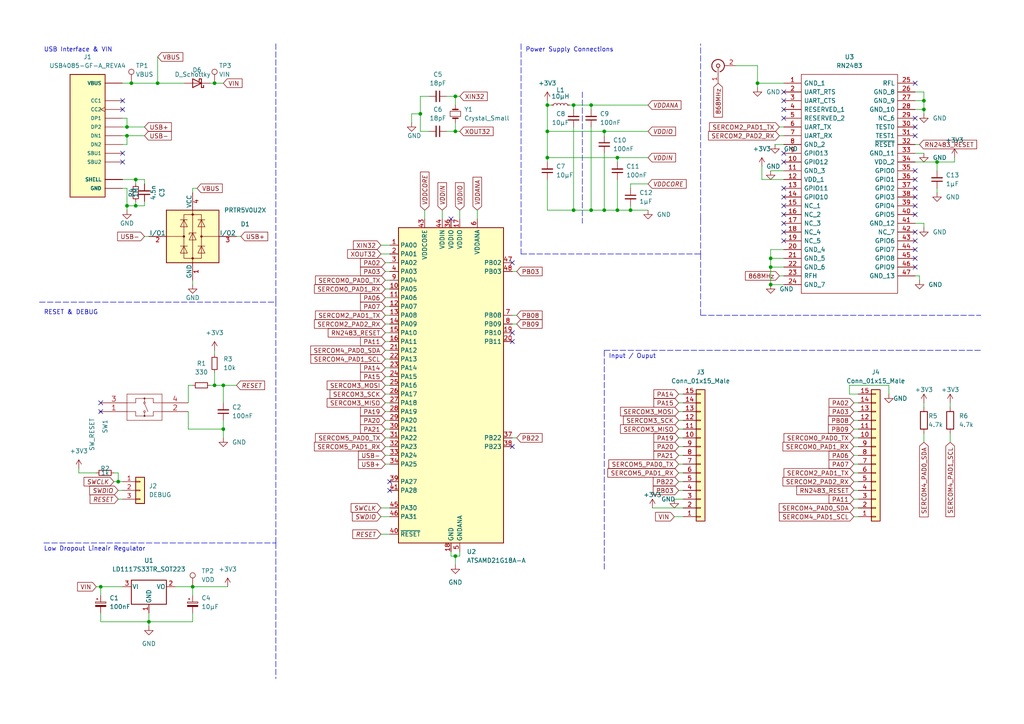
<source format=kicad_sch>
(kicad_sch (version 20211123) (generator eeschema)
  (paper "A4")
  (title_block (title "Flexible LoRaWAN Sensor Board ATSAMD21") (date "2022-10-25") (rev "1.0") (company "AP-Hogeschool") (comment 1 "Bavo, Birk, Daan"))
  (junction (at 39.37 59.69))
  (junction (at 132.08 161.29))
  (junction (at 62.23 24.13))
  (junction (at 267.97 29.21))
  (junction (at 179.07 45.72))
  (junction (at 29.21 170.18))
  (junction (at 175.26 60.96))
  (junction (at 64.77 124.46))
  (junction (at 158.75 30.48))
  (junction (at 39.37 52.07))
  (junction (at 132.08 27.94))
  (junction (at 158.75 38.1))
  (junction (at 62.23 111.76))
  (junction (at 166.37 60.96))
  (junction (at 36.83 59.69))
  (junction (at 64.77 111.76))
  (junction (at 179.07 60.96))
  (junction (at 223.52 74.93))
  (junction (at 34.29 139.7))
  (junction (at 132.08 38.1))
  (junction (at 121.92 33.02))
  (junction (at 55.88 170.18))
  (junction (at 267.97 31.75))
  (junction (at 38.1 24.13))
  (junction (at 223.52 82.55))
  (junction (at 36.83 39.37))
  (junction (at 171.45 30.48))
  (junction (at 223.52 77.47))
  (junction (at 45.72 24.13))
  (junction (at 271.78 46.99))
  (junction (at 158.75 45.72))
  (junction (at 175.26 38.1))
  (junction (at 171.45 60.96))
  (junction (at 166.37 30.48))
  (junction (at 219.71 24.13))
  (junction (at 182.88 60.96))
  (junction (at 36.83 36.83))
  (junction (at 43.18 180.34))
  (no_connect (at 227.33 31.75))
  (no_connect (at 148.59 96.52))
  (no_connect (at 265.43 72.39))
  (no_connect (at 130.81 63.5))
  (no_connect (at 35.56 31.75))
  (no_connect (at 227.33 54.61))
  (no_connect (at 265.43 59.69))
  (no_connect (at 265.43 54.61))
  (no_connect (at 265.43 49.53))
  (no_connect (at 148.59 129.54))
  (no_connect (at 35.56 29.21))
  (no_connect (at 35.56 46.99))
  (no_connect (at 35.56 44.45))
  (no_connect (at 265.43 52.07))
  (no_connect (at 227.33 59.69))
  (no_connect (at 29.21 119.38))
  (no_connect (at 227.33 29.21))
  (no_connect (at 227.33 67.31))
  (no_connect (at 227.33 34.29))
  (no_connect (at 227.33 57.15))
  (no_connect (at 265.43 39.37))
  (no_connect (at 227.33 44.45))
  (no_connect (at 265.43 36.83))
  (no_connect (at 227.33 69.85))
  (no_connect (at 227.33 46.99))
  (no_connect (at 227.33 62.23))
  (no_connect (at 265.43 67.31))
  (no_connect (at 113.03 139.7))
  (no_connect (at 227.33 64.77))
  (no_connect (at 113.03 142.24))
  (no_connect (at 265.43 34.29))
  (no_connect (at 265.43 74.93))
  (no_connect (at 227.33 26.67))
  (no_connect (at 265.43 77.47))
  (no_connect (at 148.59 76.2))
  (no_connect (at 148.59 99.06))
  (no_connect (at 265.43 62.23))
  (no_connect (at 265.43 57.15))
  (no_connect (at 265.43 69.85))
  (no_connect (at 29.21 116.84))
  (no_connect (at 265.43 24.13))
  (wire (pts (xy 195.58 144.78) (xy 198.12 144.78)))
  (wire (pts (xy 189.23 147.32) (xy 198.12 147.32)))
  (wire (pts (xy 179.07 45.72) (xy 179.07 46.99)))
  (wire (pts (xy 29.21 170.18) (xy 35.56 170.18)))
  (wire (pts (xy 158.75 52.07) (xy 158.75 60.96)))
  (wire (pts (xy 43.18 180.34) (xy 43.18 177.8)))
  (wire (pts (xy 175.26 44.45) (xy 175.26 60.96)))
  (wire (pts (xy 196.85 132.08) (xy 198.12 132.08)))
  (wire (pts (xy 111.76 86.36) (xy 113.03 86.36)))
  (wire (pts (xy 166.37 30.48) (xy 171.45 30.48)))
  (wire (pts (xy 121.92 33.02) (xy 121.92 27.94)))
  (wire (pts (xy 247.65 124.46) (xy 248.92 124.46)))
  (wire (pts (xy 133.35 161.29) (xy 132.08 161.29)))
  (wire (pts (xy 64.77 121.92) (xy 64.77 124.46)))
  (wire (pts (xy 110.49 73.66) (xy 113.03 73.66)))
  (wire (pts (xy 36.83 36.83) (xy 35.56 36.83)))
  (wire (pts (xy 111.76 111.76) (xy 113.03 111.76)))
  (wire (pts (xy 111.76 106.68) (xy 113.03 106.68)))
  (wire (pts (xy 35.56 41.91) (xy 36.83 41.91)))
  (wire (pts (xy 64.77 111.76) (xy 64.77 116.84)))
  (wire (pts (xy 247.65 119.38) (xy 248.92 119.38)))
  (wire (pts (xy 111.76 88.9) (xy 113.03 88.9)))
  (wire (pts (xy 34.29 137.16) (xy 34.29 139.7)))
  (wire (pts (xy 132.08 38.1) (xy 129.54 38.1)))
  (wire (pts (xy 111.76 121.92) (xy 113.03 121.92)))
  (wire (pts (xy 158.75 38.1) (xy 158.75 45.72)))
  (wire (pts (xy 33.02 139.7) (xy 34.29 139.7)))
  (wire (pts (xy 267.97 26.67) (xy 265.43 26.67)))
  (wire (pts (xy 166.37 30.48) (xy 166.37 31.75)))
  (wire (pts (xy 223.52 82.55) (xy 227.33 82.55)))
  (wire (pts (xy 267.97 66.04) (xy 267.97 64.77)))
  (wire (pts (xy 266.7 80.01) (xy 265.43 80.01)))
  (wire (pts (xy 35.56 54.61) (xy 36.83 54.61)))
  (wire (pts (xy 111.76 76.2) (xy 113.03 76.2)))
  (wire (pts (xy 158.75 45.72) (xy 179.07 45.72)))
  (wire (pts (xy 55.88 180.34) (xy 43.18 180.34)))
  (wire (pts (xy 196.85 114.3) (xy 198.12 114.3)))
  (wire (pts (xy 111.76 119.38) (xy 113.03 119.38)))
  (wire (pts (xy 247.65 129.54) (xy 248.92 129.54)))
  (wire (pts (xy 175.26 38.1) (xy 187.96 38.1)))
  (wire (pts (xy 36.83 39.37) (xy 36.83 41.91)))
  (wire (pts (xy 132.08 27.94) (xy 132.08 30.48)))
  (wire (pts (xy 247.65 144.78) (xy 248.92 144.78)))
  (wire (pts (xy 111.76 127) (xy 113.03 127)))
  (wire (pts (xy 148.59 127) (xy 149.86 127)))
  (wire (pts (xy 158.75 29.21) (xy 158.75 30.48)))
  (wire (pts (xy 119.38 35.56) (xy 119.38 33.02)))
  (wire (pts (xy 128.27 60.96) (xy 128.27 63.5)))
  (wire (pts (xy 247.65 147.32) (xy 248.92 147.32)))
  (wire (pts (xy 43.18 180.34) (xy 43.18 181.61)))
  (wire (pts (xy 111.76 116.84) (xy 113.03 116.84)))
  (wire (pts (xy 111.76 114.3) (xy 113.03 114.3)))
  (wire (pts (xy 41.91 58.42) (xy 41.91 59.69)))
  (wire (pts (xy 33.02 137.16) (xy 34.29 137.16)))
  (wire (pts (xy 275.59 125.73) (xy 275.59 128.27)))
  (wire (pts (xy 55.88 111.76) (xy 54.61 111.76)))
  (wire (pts (xy 158.75 30.48) (xy 160.02 30.48)))
  (wire (pts (xy 148.59 91.44) (xy 149.86 91.44)))
  (wire (pts (xy 68.58 68.58) (xy 69.85 68.58)))
  (wire (pts (xy 111.76 101.6) (xy 113.03 101.6)))
  (wire (pts (xy 223.52 82.55) (xy 223.52 77.47)))
  (wire (pts (xy 111.76 96.52) (xy 113.03 96.52)))
  (polyline (pts (xy 175.26 101.6) (xy 284.48 101.6)))
  (wire (pts (xy 266.7 41.91) (xy 265.43 41.91)))
  (wire (pts (xy 54.61 124.46) (xy 64.77 124.46)))
  (wire (pts (xy 219.71 25.4) (xy 219.71 24.13)))
  (wire (pts (xy 129.54 27.94) (xy 132.08 27.94)))
  (wire (pts (xy 265.43 44.45) (xy 267.97 44.45)))
  (wire (pts (xy 132.08 38.1) (xy 133.35 38.1)))
  (wire (pts (xy 121.92 38.1) (xy 121.92 33.02)))
  (wire (pts (xy 149.86 78.74) (xy 148.59 78.74)))
  (wire (pts (xy 220.98 52.07) (xy 227.33 52.07)))
  (wire (pts (xy 111.76 93.98) (xy 113.03 93.98)))
  (wire (pts (xy 276.86 45.72) (xy 276.86 46.99)))
  (wire (pts (xy 247.65 142.24) (xy 248.92 142.24)))
  (wire (pts (xy 54.61 119.38) (xy 54.61 124.46)))
  (wire (pts (xy 158.75 45.72) (xy 158.75 46.99)))
  (wire (pts (xy 121.92 27.94) (xy 124.46 27.94)))
  (wire (pts (xy 111.76 124.46) (xy 113.03 124.46)))
  (wire (pts (xy 29.21 170.18) (xy 29.21 172.72)))
  (wire (pts (xy 196.85 129.54) (xy 198.12 129.54)))
  (wire (pts (xy 171.45 36.83) (xy 171.45 60.96)))
  (wire (pts (xy 166.37 36.83) (xy 166.37 60.96)))
  (wire (pts (xy 267.97 29.21) (xy 267.97 26.67)))
  (wire (pts (xy 196.85 139.7) (xy 198.12 139.7)))
  (wire (pts (xy 35.56 39.37) (xy 36.83 39.37)))
  (wire (pts (xy 247.65 116.84) (xy 248.92 116.84)))
  (wire (pts (xy 60.96 24.13) (xy 62.23 24.13)))
  (wire (pts (xy 55.88 81.28) (xy 55.88 82.55)))
  (polyline (pts (xy 80.01 157.48) (xy 80.01 196.85)))
  (wire (pts (xy 196.85 116.84) (xy 198.12 116.84)))
  (wire (pts (xy 246.38 111.76) (xy 246.38 114.3)))
  (wire (pts (xy 226.06 80.01) (xy 227.33 80.01)))
  (polyline (pts (xy 11.43 87.63) (xy 80.01 87.63)))
  (wire (pts (xy 179.07 52.07) (xy 179.07 60.96)))
  (wire (pts (xy 35.56 139.7) (xy 34.29 139.7)))
  (wire (pts (xy 247.65 149.86) (xy 248.92 149.86)))
  (wire (pts (xy 133.35 60.96) (xy 133.35 63.5)))
  (wire (pts (xy 166.37 60.96) (xy 171.45 60.96)))
  (wire (pts (xy 111.76 104.14) (xy 113.03 104.14)))
  (wire (pts (xy 219.71 24.13) (xy 227.33 24.13)))
  (wire (pts (xy 247.65 132.08) (xy 248.92 132.08)))
  (wire (pts (xy 39.37 52.07) (xy 39.37 53.34)))
  (wire (pts (xy 39.37 59.69) (xy 36.83 59.69)))
  (wire (pts (xy 196.85 142.24) (xy 198.12 142.24)))
  (polyline (pts (xy 203.2 91.44) (xy 284.48 91.44)))
  (wire (pts (xy 111.76 129.54) (xy 113.03 129.54)))
  (wire (pts (xy 267.97 116.84) (xy 267.97 118.11)))
  (wire (pts (xy 158.75 60.96) (xy 166.37 60.96)))
  (wire (pts (xy 132.08 27.94) (xy 133.35 27.94)))
  (wire (pts (xy 267.97 33.02) (xy 267.97 31.75)))
  (wire (pts (xy 267.97 31.75) (xy 267.97 29.21)))
  (wire (pts (xy 226.06 36.83) (xy 227.33 36.83)))
  (wire (pts (xy 130.81 160.02) (xy 130.81 161.29)))
  (wire (pts (xy 220.98 48.26) (xy 220.98 52.07)))
  (wire (pts (xy 196.85 134.62) (xy 198.12 134.62)))
  (wire (pts (xy 196.85 121.92) (xy 198.12 121.92)))
  (polyline (pts (xy 151.13 12.7) (xy 151.13 73.66)))
  (wire (pts (xy 265.43 64.77) (xy 267.97 64.77)))
  (polyline (pts (xy 201.93 73.66) (xy 203.2 73.66)))
  (wire (pts (xy 266.7 81.28) (xy 266.7 80.01)))
  (wire (pts (xy 138.43 60.96) (xy 138.43 63.5)))
  (wire (pts (xy 265.43 31.75) (xy 267.97 31.75)))
  (wire (pts (xy 132.08 35.56) (xy 132.08 38.1)))
  (wire (pts (xy 110.49 71.12) (xy 113.03 71.12)))
  (wire (pts (xy 36.83 36.83) (xy 41.91 36.83)))
  (wire (pts (xy 187.96 53.34) (xy 182.88 53.34)))
  (wire (pts (xy 158.75 30.48) (xy 158.75 38.1)))
  (wire (pts (xy 247.65 139.7) (xy 248.92 139.7)))
  (wire (pts (xy 265.43 29.21) (xy 267.97 29.21)))
  (wire (pts (xy 64.77 111.76) (xy 68.58 111.76)))
  (wire (pts (xy 182.88 53.34) (xy 182.88 54.61)))
  (wire (pts (xy 62.23 101.6) (xy 62.23 102.87)))
  (wire (pts (xy 27.94 170.18) (xy 29.21 170.18)))
  (wire (pts (xy 111.76 99.06) (xy 113.03 99.06)))
  (wire (pts (xy 171.45 60.96) (xy 175.26 60.96)))
  (wire (pts (xy 182.88 59.69) (xy 182.88 60.96)))
  (wire (pts (xy 36.83 59.69) (xy 36.83 60.96)))
  (wire (pts (xy 35.56 52.07) (xy 39.37 52.07)))
  (wire (pts (xy 111.76 78.74) (xy 113.03 78.74)))
  (wire (pts (xy 60.96 111.76) (xy 62.23 111.76)))
  (wire (pts (xy 38.1 24.13) (xy 45.72 24.13)))
  (polyline (pts (xy 151.13 73.66) (xy 201.93 73.66)))
  (polyline (pts (xy 12.7 157.48) (xy 80.01 157.48)))
  (wire (pts (xy 133.35 160.02) (xy 133.35 161.29)))
  (polyline (pts (xy 203.2 73.66) (xy 203.2 91.44)))
  (wire (pts (xy 62.23 111.76) (xy 64.77 111.76)))
  (wire (pts (xy 257.81 111.76) (xy 246.38 111.76)))
  (wire (pts (xy 226.06 39.37) (xy 227.33 39.37)))
  (wire (pts (xy 36.83 54.61) (xy 36.83 59.69)))
  (wire (pts (xy 55.88 54.61) (xy 55.88 55.88)))
  (wire (pts (xy 110.49 147.32) (xy 113.03 147.32)))
  (wire (pts (xy 119.38 33.02) (xy 121.92 33.02)))
  (wire (pts (xy 41.91 59.69) (xy 39.37 59.69)))
  (wire (pts (xy 22.86 135.89) (xy 22.86 137.16)))
  (polyline (pts (xy 80.01 12.7) (xy 80.01 87.63)))
  (wire (pts (xy 55.88 177.8) (xy 55.88 180.34)))
  (wire (pts (xy 62.23 24.13) (xy 64.77 24.13)))
  (polyline (pts (xy 203.2 63.5) (xy 203.2 73.66)))
  (wire (pts (xy 110.49 154.94) (xy 113.03 154.94)))
  (wire (pts (xy 271.78 54.61) (xy 271.78 55.88)))
  (wire (pts (xy 39.37 52.07) (xy 41.91 52.07)))
  (wire (pts (xy 223.52 77.47) (xy 227.33 77.47)))
  (wire (pts (xy 148.59 93.98) (xy 149.86 93.98)))
  (polyline (pts (xy 168.91 26.67) (xy 168.91 64.77)))
  (wire (pts (xy 54.61 111.76) (xy 54.61 116.84)))
  (wire (pts (xy 50.8 170.18) (xy 55.88 170.18)))
  (wire (pts (xy 175.26 60.96) (xy 179.07 60.96)))
  (wire (pts (xy 179.07 45.72) (xy 187.96 45.72)))
  (wire (pts (xy 36.83 39.37) (xy 41.91 39.37)))
  (wire (pts (xy 111.76 83.82) (xy 113.03 83.82)))
  (wire (pts (xy 111.76 132.08) (xy 113.03 132.08)))
  (wire (pts (xy 247.65 121.92) (xy 248.92 121.92)))
  (wire (pts (xy 158.75 38.1) (xy 175.26 38.1)))
  (wire (pts (xy 247.65 127) (xy 248.92 127)))
  (wire (pts (xy 247.65 134.62) (xy 248.92 134.62)))
  (wire (pts (xy 223.52 49.53) (xy 227.33 49.53)))
  (wire (pts (xy 165.1 30.48) (xy 166.37 30.48)))
  (wire (pts (xy 267.97 125.73) (xy 267.97 128.27)))
  (wire (pts (xy 123.19 60.96) (xy 123.19 63.5)))
  (wire (pts (xy 111.76 109.22) (xy 113.03 109.22)))
  (wire (pts (xy 132.08 161.29) (xy 132.08 163.83)))
  (wire (pts (xy 271.78 46.99) (xy 271.78 49.53)))
  (wire (pts (xy 111.76 134.62) (xy 113.03 134.62)))
  (wire (pts (xy 121.92 38.1) (xy 124.46 38.1)))
  (wire (pts (xy 45.72 16.51) (xy 45.72 24.13)))
  (wire (pts (xy 275.59 116.84) (xy 275.59 118.11)))
  (wire (pts (xy 276.86 46.99) (xy 271.78 46.99)))
  (polyline (pts (xy 203.2 63.5) (xy 203.2 12.7)))
  (wire (pts (xy 195.58 149.86) (xy 198.12 149.86)))
  (wire (pts (xy 22.86 137.16) (xy 27.94 137.16)))
  (wire (pts (xy 179.07 60.96) (xy 182.88 60.96)))
  (wire (pts (xy 35.56 34.29) (xy 36.83 34.29)))
  (wire (pts (xy 41.91 68.58) (xy 43.18 68.58)))
  (wire (pts (xy 36.83 34.29) (xy 36.83 36.83)))
  (polyline (pts (xy 80.01 157.48) (xy 80.01 87.63)))
  (wire (pts (xy 34.29 142.24) (xy 35.56 142.24)))
  (wire (pts (xy 111.76 81.28) (xy 113.03 81.28)))
  (wire (pts (xy 111.76 91.44) (xy 113.03 91.44)))
  (wire (pts (xy 196.85 119.38) (xy 198.12 119.38)))
  (polyline (pts (xy 175.26 165.1) (xy 175.26 101.6)))
  (wire (pts (xy 41.91 52.07) (xy 41.91 53.34)))
  (wire (pts (xy 39.37 58.42) (xy 39.37 59.69)))
  (wire (pts (xy 196.85 124.46) (xy 198.12 124.46)))
  (wire (pts (xy 45.72 24.13) (xy 53.34 24.13)))
  (wire (pts (xy 62.23 107.95) (xy 62.23 111.76)))
  (wire (pts (xy 55.88 170.18) (xy 55.88 172.72)))
  (wire (pts (xy 223.52 74.93) (xy 227.33 74.93)))
  (wire (pts (xy 29.21 180.34) (xy 43.18 180.34)))
  (wire (pts (xy 223.52 74.93) (xy 223.52 72.39)))
  (wire (pts (xy 246.38 114.3) (xy 248.92 114.3)))
  (wire (pts (xy 213.36 19.05) (xy 219.71 19.05)))
  (wire (pts (xy 196.85 127) (xy 198.12 127)))
  (wire (pts (xy 182.88 60.96) (xy 187.96 60.96)))
  (wire (pts (xy 171.45 30.48) (xy 171.45 31.75)))
  (wire (pts (xy 247.65 137.16) (xy 248.92 137.16)))
  (wire (pts (xy 219.71 19.05) (xy 219.71 24.13)))
  (wire (pts (xy 55.88 54.61) (xy 57.15 54.61)))
  (wire (pts (xy 175.26 38.1) (xy 175.26 39.37)))
  (wire (pts (xy 55.88 170.18) (xy 66.04 170.18)))
  (wire (pts (xy 34.29 144.78) (xy 35.56 144.78)))
  (wire (pts (xy 196.85 137.16) (xy 198.12 137.16)))
  (wire (pts (xy 35.56 24.13) (xy 38.1 24.13)))
  (wire (pts (xy 171.45 30.48) (xy 187.96 30.48)))
  (wire (pts (xy 271.78 46.99) (xy 265.43 46.99)))
  (wire (pts (xy 132.08 161.29) (xy 130.81 161.29)))
  (wire (pts (xy 224.79 41.91) (xy 227.33 41.91)))
  (wire (pts (xy 64.77 124.46) (xy 64.77 127)))
  (wire (pts (xy 257.81 114.3) (xy 257.81 111.76)))
  (wire (pts (xy 223.52 77.47) (xy 223.52 74.93)))
  (wire (pts (xy 223.52 72.39) (xy 227.33 72.39)))
  (wire (pts (xy 110.49 149.86) (xy 113.03 149.86)))
  (wire (pts (xy 29.21 177.8) (xy 29.21 180.34)))
  (text "Power Supply Connections" (at 152.4 15.24 0) (effects (font (size 1.27 1.27)) (justify left bottom)))
  (text "Input / Ouput" (at 176.53 104.14 0) (effects (font (size 1.27 1.27)) (justify left bottom)))
  (text "Low Dropout Lineair Regulator" (at 12.7 160.02 0) (effects (font (size 1.27 1.27)) (justify left bottom)))
  (text "RESET & DEBUG" (at 12.7 91.44 0) (effects (font (size 1.27 1.27)) (justify left bottom)))
  (text "USB Interface & VIN" (at 12.7 15.24 0) (effects (font (size 1.27 1.27)) (justify left bottom)))
  (global_label "PA07" (shape input) (at 111.76 88.9 180) (property "Intersheet References" "${INTERSHEET_REFS}" (effects hide)))
  (global_label "SERCOM5_PAD1_RX" (shape input) (at 111.76 129.54 180) (property "Intersheet References" "${INTERSHEET_REFS}" (effects hide)))
  (global_label "SERCOM3_SCK" (shape input) (at 196.85 121.92 180) (property "Intersheet References" "${INTERSHEET_REFS}" (effects hide)))
  (global_label "VDDANA" (shape input) (at 187.96 30.48 0) (effects (font italic)) (property "Intersheet References" "${INTERSHEET_REFS}" (effects hide)))
  (global_label "VDDIO" (shape input) (at 133.35 60.96 90) (effects (font italic)) (property "Intersheet References" "${INTERSHEET_REFS}" (effects hide)))
  (global_label "PA02" (shape input) (at 111.76 76.2 180) (property "Intersheet References" "${INTERSHEET_REFS}" (effects hide)))
  (global_label "VDDANA" (shape input) (at 138.43 60.96 90) (effects (font italic)) (property "Intersheet References" "${INTERSHEET_REFS}" (effects hide)))
  (global_label "PB09" (shape input) (at 247.65 124.46 180) (property "Intersheet References" "${INTERSHEET_REFS}" (effects hide)))
  (global_label "VBUS" (shape input) (at 57.15 54.61 0) (property "Intersheet References" "${INTERSHEET_REFS}" (effects hide)))
  (global_label "XOUT32" (shape input) (at 133.35 38.1 0) (property "Intersheet References" "${INTERSHEET_REFS}" (effects hide)))
  (global_label "VIN" (shape input) (at 27.94 170.18 180) (property "Intersheet References" "${INTERSHEET_REFS}" (effects hide)))
  (global_label "PA11" (shape input) (at 247.65 144.78 180) (property "Intersheet References" "${INTERSHEET_REFS}" (effects hide)))
  (global_label "SERCOM4_PAD1_SCL" (shape input) (at 275.59 128.27 270) (property "Intersheet References" "${INTERSHEET_REFS}" (effects hide)))
  (global_label "SERCOM2_PAD1_TX" (shape input) (at 247.65 137.16 180) (property "Intersheet References" "${INTERSHEET_REFS}" (effects hide)))
  (global_label "PB08" (shape input) (at 247.65 121.92 180) (property "Intersheet References" "${INTERSHEET_REFS}" (effects hide)))
  (global_label "PA14" (shape input) (at 111.76 106.68 180) (property "Intersheet References" "${INTERSHEET_REFS}" (effects hide)))
  (global_label "868MHz" (shape input) (at 208.28 24.13 270) (property "Intersheet References" "${INTERSHEET_REFS}" (effects hide)))
  (global_label "SERCOM0_PAD1_RX" (shape input) (at 111.76 83.82 180) (property "Intersheet References" "${INTERSHEET_REFS}" (effects hide)))
  (global_label "SERCOM0_PAD0_TX" (shape input) (at 111.76 81.28 180) (property "Intersheet References" "${INTERSHEET_REFS}" (effects hide)))
  (global_label "SERCOM2_PAD2_RX" (shape input) (at 111.76 93.98 180) (property "Intersheet References" "${INTERSHEET_REFS}" (effects hide)))
  (global_label "SERCOM3_SCK" (shape input) (at 111.76 114.3 180) (property "Intersheet References" "${INTERSHEET_REFS}" (effects hide)))
  (global_label "PB22" (shape input) (at 149.86 127 0) (property "Intersheet References" "${INTERSHEET_REFS}" (effects hide)))
  (global_label "VDDIN" (shape input) (at 128.27 60.96 90) (effects (font italic)) (property "Intersheet References" "${INTERSHEET_REFS}" (effects hide)))
  (global_label "SERCOM2_PAD2_RX" (shape input) (at 226.06 39.37 180) (property "Intersheet References" "${INTERSHEET_REFS}" (effects hide)))
  (global_label "SWCLK" (shape input) (at 33.02 139.7 180) (effects (font italic)) (property "Intersheet References" "${INTERSHEET_REFS}" (effects hide)))
  (global_label "PA14" (shape input) (at 196.85 114.3 180) (property "Intersheet References" "${INTERSHEET_REFS}" (effects hide)))
  (global_label "PB08" (shape input) (at 149.86 91.44 0) (property "Intersheet References" "${INTERSHEET_REFS}" (effects hide)))
  (global_label "RN2483_RESET" (shape input) (at 266.7 41.91 0) (property "Intersheet References" "${INTERSHEET_REFS}" (effects hide)))
  (global_label "SERCOM3_MOSI" (shape input) (at 111.76 111.76 180) (property "Intersheet References" "${INTERSHEET_REFS}" (effects hide)))
  (global_label "PA03" (shape input) (at 247.65 119.38 180) (property "Intersheet References" "${INTERSHEET_REFS}" (effects hide)))
  (global_label "VIN" (shape input) (at 64.77 24.13 0) (property "Intersheet References" "${INTERSHEET_REFS}" (effects hide)))
  (global_label "USB+" (shape input) (at 41.91 36.83 0) (property "Intersheet References" "${INTERSHEET_REFS}" (effects hide)))
  (global_label "PA06" (shape input) (at 247.65 132.08 180) (property "Intersheet References" "${INTERSHEET_REFS}" (effects hide)))
  (global_label "SERCOM4_PAD1_SCL" (shape input) (at 247.65 149.86 180) (property "Intersheet References" "${INTERSHEET_REFS}" (effects hide)))
  (global_label "SWDIO" (shape input) (at 110.49 149.86 180) (effects (font italic)) (property "Intersheet References" "${INTERSHEET_REFS}" (effects hide)))
  (global_label "RESET" (shape input) (at 34.29 144.78 180) (effects (font italic)) (property "Intersheet References" "${INTERSHEET_REFS}" (effects hide)))
  (global_label "SERCOM2_PAD2_RX" (shape input) (at 247.65 139.7 180) (property "Intersheet References" "${INTERSHEET_REFS}" (effects hide)))
  (global_label "PA21" (shape input) (at 196.85 132.08 180) (property "Intersheet References" "${INTERSHEET_REFS}" (effects hide)))
  (global_label "PA02" (shape input) (at 247.65 116.84 180) (property "Intersheet References" "${INTERSHEET_REFS}" (effects hide)))
  (global_label "RN2483_RESET" (shape input) (at 247.65 142.24 180) (property "Intersheet References" "${INTERSHEET_REFS}" (effects hide)))
  (global_label "SERCOM5_PAD1_RX" (shape input) (at 196.85 137.16 180) (property "Intersheet References" "${INTERSHEET_REFS}" (effects hide)))
  (global_label "PA15" (shape input) (at 111.76 109.22 180) (property "Intersheet References" "${INTERSHEET_REFS}" (effects hide)))
  (global_label "PB03" (shape input) (at 149.86 78.74 0) (property "Intersheet References" "${INTERSHEET_REFS}" (effects hide)))
  (global_label "PA11" (shape input) (at 111.76 99.06 180) (property "Intersheet References" "${INTERSHEET_REFS}" (effects hide)))
  (global_label "SERCOM2_PAD1_TX" (shape input) (at 226.06 36.83 180) (property "Intersheet References" "${INTERSHEET_REFS}" (effects hide)))
  (global_label "SERCOM4_PAD1_SCL" (shape input) (at 111.76 104.14 180) (property "Intersheet References" "${INTERSHEET_REFS}" (effects hide)))
  (global_label "SERCOM4_PAD0_SDA" (shape input) (at 111.76 101.6 180) (property "Intersheet References" "${INTERSHEET_REFS}" (effects hide)))
  (global_label "SERCOM0_PAD1_RX" (shape input) (at 247.65 129.54 180) (property "Intersheet References" "${INTERSHEET_REFS}" (effects hide)))
  (global_label "SERCOM0_PAD0_TX" (shape input) (at 247.65 127 180) (property "Intersheet References" "${INTERSHEET_REFS}" (effects hide)))
  (global_label "RESET" (shape input) (at 110.49 154.94 180) (effects (font italic)) (property "Intersheet References" "${INTERSHEET_REFS}" (effects hide)))
  (global_label "PA03" (shape input) (at 111.76 78.74 180) (property "Intersheet References" "${INTERSHEET_REFS}" (effects hide)))
  (global_label "PB03" (shape input) (at 196.85 142.24 180) (property "Intersheet References" "${INTERSHEET_REFS}" (effects hide)))
  (global_label "SERCOM5_PAD0_TX" (shape input) (at 111.76 127 180) (property "Intersheet References" "${INTERSHEET_REFS}" (effects hide)))
  (global_label "SERCOM4_PAD0_SDA" (shape input) (at 247.65 147.32 180) (property "Intersheet References" "${INTERSHEET_REFS}" (effects hide)))
  (global_label "SERCOM2_PAD1_TX" (shape input) (at 111.76 91.44 180) (property "Intersheet References" "${INTERSHEET_REFS}" (effects hide)))
  (global_label "SWCLK" (shape input) (at 110.49 147.32 180) (effects (font italic)) (property "Intersheet References" "${INTERSHEET_REFS}" (effects hide)))
  (global_label "PA21" (shape input) (at 111.76 124.46 180) (property "Intersheet References" "${INTERSHEET_REFS}" (effects hide)))
  (global_label "PA07" (shape input) (at 247.65 134.62 180) (property "Intersheet References" "${INTERSHEET_REFS}" (effects hide)))
  (global_label "VDDCORE" (shape input) (at 187.96 53.34 0) (effects (font italic)) (property "Intersheet References" "${INTERSHEET_REFS}" (effects hide)))
  (global_label "USB-" (shape input) (at 41.91 68.58 180) (property "Intersheet References" "${INTERSHEET_REFS}" (effects hide)))
  (global_label "PA06" (shape input) (at 111.76 86.36 180) (property "Intersheet References" "${INTERSHEET_REFS}" (effects hide)))
  (global_label "PA19" (shape input) (at 111.76 119.38 180) (property "Intersheet References" "${INTERSHEET_REFS}" (effects hide)))
  (global_label "VDDCORE" (shape input) (at 123.19 60.96 90) (effects (font italic)) (property "Intersheet References" "${INTERSHEET_REFS}" (effects hide)))
  (global_label "USB+" (shape input) (at 69.85 68.58 0) (property "Intersheet References" "${INTERSHEET_REFS}" (effects hide)))
  (global_label "VBUS" (shape input) (at 45.72 16.51 0) (property "Intersheet References" "${INTERSHEET_REFS}" (effects hide)))
  (global_label "XIN32" (shape input) (at 110.49 71.12 180) (property "Intersheet References" "${INTERSHEET_REFS}" (effects hide)))
  (global_label "USB-" (shape input) (at 41.91 39.37 0) (property "Intersheet References" "${INTERSHEET_REFS}" (effects hide)))
  (global_label "PA20" (shape input) (at 196.85 129.54 180) (property "Intersheet References" "${INTERSHEET_REFS}" (effects hide)))
  (global_label "VDDIN" (shape input) (at 187.96 45.72 0) (effects (font italic)) (property "Intersheet References" "${INTERSHEET_REFS}" (effects hide)))
  (global_label "USB+" (shape input) (at 111.76 134.62 180) (property "Intersheet References" "${INTERSHEET_REFS}" (effects hide)))
  (global_label "RN2483_RESET" (shape input) (at 111.76 96.52 180) (property "Intersheet References" "${INTERSHEET_REFS}" (effects hide)))
  (global_label "XOUT32" (shape input) (at 110.49 73.66 180) (property "Intersheet References" "${INTERSHEET_REFS}" (effects hide)))
  (global_label "PA19" (shape input) (at 196.85 127 180) (property "Intersheet References" "${INTERSHEET_REFS}" (effects hide)))
  (global_label "SERCOM5_PAD0_TX" (shape input) (at 196.85 134.62 180) (property "Intersheet References" "${INTERSHEET_REFS}" (effects hide)))
  (global_label "SERCOM3_MOSI" (shape input) (at 196.85 119.38 180) (property "Intersheet References" "${INTERSHEET_REFS}" (effects hide)))
  (global_label "VDDIO" (shape input) (at 187.96 38.1 0) (effects (font italic)) (property "Intersheet References" "${INTERSHEET_REFS}" (effects hide)))
  (global_label "PB09" (shape input) (at 149.86 93.98 0) (property "Intersheet References" "${INTERSHEET_REFS}" (effects hide)))
  (global_label "SERCOM4_PAD0_SDA" (shape input) (at 267.97 128.27 270) (property "Intersheet References" "${INTERSHEET_REFS}" (effects hide)))
  (global_label "SWDIO" (shape input) (at 34.29 142.24 180) (effects (font italic)) (property "Intersheet References" "${INTERSHEET_REFS}" (effects hide)))
  (global_label "XIN32" (shape input) (at 133.35 27.94 0) (property "Intersheet References" "${INTERSHEET_REFS}" (effects hide)))
  (global_label "SERCOM3_MISO" (shape input) (at 111.76 116.84 180) (property "Intersheet References" "${INTERSHEET_REFS}" (effects hide)))
  (global_label "SERCOM3_MISO" (shape input) (at 196.85 124.46 180) (property "Intersheet References" "${INTERSHEET_REFS}" (effects hide)))
  (global_label "PB22" (shape input) (at 196.85 139.7 180) (property "Intersheet References" "${INTERSHEET_REFS}" (effects hide)))
  (global_label "VIN" (shape input) (at 195.58 149.86 180) (property "Intersheet References" "${INTERSHEET_REFS}" (effects hide)))
  (global_label "PA15" (shape input) (at 196.85 116.84 180) (property "Intersheet References" "${INTERSHEET_REFS}" (effects hide)))
  (global_label "PA20" (shape input) (at 111.76 121.92 180) (property "Intersheet References" "${INTERSHEET_REFS}" (effects hide)))
  (global_label "868MHz" (shape input) (at 226.06 80.01 180) (property "Intersheet References" "${INTERSHEET_REFS}" (effects hide)))
  (global_label "USB-" (shape input) (at 111.76 132.08 180) (property "Intersheet References" "${INTERSHEET_REFS}" (effects hide)))
  (global_label "RESET" (shape input) (at 68.58 111.76 0) (effects (font italic)) (property "Intersheet References" "${INTERSHEET_REFS}" (effects hide)))
  (symbol (lib_id "Device:C_Small") (at 175.26 41.91 0) (unit 1)
    (property "Reference" "C10" (at 177.8 40.6462 0) (effects (justify left)))
    (property "Value" "100nF" (at 177.8 43.1862 0) (effects (justify left)))
    (property "Footprint" "Capacitor_SMD:C_0805_2012Metric_Pad1.18x1.45mm_HandSolder" (effects hide))
  )
  (symbol (lib_id "power:GND") (at 187.96 60.96 0) (unit 1)
    (property "Reference" "#PWR012" (effects hide))
    (property "Value" "GND" (at 190.5 62.2299 0) (effects (justify left)))
  )
  (symbol (lib_id "power:+3.3V") (at 189.23 147.32 0) (unit 1)
    (property "Reference" "#PWR09" (effects hide))
    (property "Value" "+3.3V" (at 189.23 143.51 0))
  )
  (symbol (lib_id "power:GND") (at 267.97 66.04 0) (unit 1)
    (property "Reference" "#PWR0109" (effects hide))
    (property "Value" "GND" (at 270.51 67.3099 0) (effects (justify left)))
  )
  (symbol (lib_id "Device:R_Small") (at 30.48 137.16 90) (unit 1)
    (property "Reference" "R2" (at 30.48 135.89 90))
    (property "Value" "1k" (at 30.48 137.16 90))
    (property "Footprint" "Resistor_SMD:R_0805_2012Metric_Pad1.20x1.40mm_HandSolder" (effects hide))
  )
  (symbol (lib_id "Device:C_Small") (at 64.77 119.38 180) (unit 1)
    (property "Reference" "C2" (at 67.31 118.1035 0) (effects (justify right)))
    (property "Value" "100nF" (at 67.31 120.6435 0) (effects (justify right)))
    (property "Footprint" "Capacitor_SMD:C_0805_2012Metric_Pad1.18x1.45mm_HandSolder" (effects hide))
  )
  (symbol (lib_id "Device:C_Small") (at 127 38.1 270) (unit 1)
    (property "Reference" "C6" (at 126.9936 31.75 90))
    (property "Value" "18pF" (at 126.9936 34.29 90))
    (property "Footprint" "Capacitor_SMD:C_0805_2012Metric_Pad1.18x1.45mm_HandSolder" (effects hide))
  )
  (symbol (lib_id "Device:Crystal_Small") (at 132.08 33.02 90) (unit 1)
    (property "Reference" "Y1" (at 134.62 31.7499 90) (effects (justify right)))
    (property "Value" "Crystal_Small" (at 134.62 34.2899 90) (effects (justify right)))
    (property "Footprint" "Crystal:Crystal_SMD_3215-2Pin_3.2x1.5mm" (effects hide))
  )
  (symbol (lib_id "Connector_Generic:Conn_01x15") (at 254 132.08 0) (mirror x) (unit 1)
    (property "Reference" "J4" (at 254 107.95 0))
    (property "Value" "Conn_01x15_Male" (at 254 110.49 0))
    (property "Footprint" "Connector_PinHeader_2.54mm:PinHeader_1x15_P2.54mm_Vertical" (effects hide))
  )
  (symbol (lib_id "LUYTSM:LD1117S33TR_SOT223") (at 43.18 170.18 0) (unit 1)
    (property "Reference" "U1" (at 43.18 162.56 0))
    (property "Value" "LD1117S33TR_SOT223" (at 43.18 165.1 0))
    (property "Footprint" "Package_TO_SOT_SMD:SOT-223-3_TabPin2" (effects hide))
    (property "Datasheet" "http://www.st.com/st-web-ui/static/active/en/resource/technical/document/datasheet/CD00000544.pdf" (effects hide))
  )
  (symbol (lib_id "Connector:TestPoint") (at 55.88 170.18 0) (unit 1)
    (property "Reference" "TP2" (at 58.42 165.6079 0) (effects (justify left)))
    (property "Value" "VDD" (at 58.42 168.1479 0) (effects (justify left)))
    (property "Footprint" "TestPoint:TestPoint_THTPad_1.0x1.0mm_Drill0.5mm" (effects hide))
  )
  (symbol (lib_id "power:+3.3V") (at 267.97 116.84 0) (unit 1)
    (property "Reference" "#PWR014" (effects hide))
    (property "Value" "+3.3V" (at 267.97 113.03 0))
  )
  (symbol (lib_id "Device:R_Small") (at 39.37 55.88 180) (unit 1)
    (property "Reference" "R4" (at 38.1 55.88 90))
    (property "Value" "1M" (at 39.37 55.88 90))
    (property "Footprint" "Resistor_SMD:R_0805_2012Metric_Pad1.20x1.40mm_HandSolder" (effects hide))
  )
  (symbol (lib_id "Device:C_Small") (at 179.07 49.53 180) (unit 1)
    (property "Reference" "C11" (at 181.61 48.2535 0) (effects (justify right)))
    (property "Value" "100nF" (at 181.61 50.7935 0) (effects (justify right)))
    (property "Footprint" "Capacitor_SMD:C_0805_2012Metric_Pad1.18x1.45mm_HandSolder" (effects hide))
  )
  (symbol (lib_id "RN2483:RN2483") (at 227.33 24.13 0) (unit 1)
    (property "Reference" "U3" (at 246.38 16.51 0))
    (property "Value" "RN2483" (at 246.38 19.05 0))
    (property "Footprint" "RN2483:RN2483" (effects hide))
    (property "Description" "Low-Power Long Range LoRa Technology Transceiver Module" (effects hide))
    (property "Manufacturer_Name" "Microchip" (effects hide))
    (property "Manufacturer_Part_Number" "RN2483" (effects hide))
  )
  (symbol (lib_id "power:+3.3V") (at 66.04 170.18 0) (unit 1)
    (property "Reference" "#PWR06" (effects hide))
    (property "Value" "+3.3V" (at 66.04 165.1 0))
  )
  (symbol (lib_id "power:GND") (at 257.81 114.3 0) (unit 1)
    (property "Reference" "#PWR013" (effects hide))
    (property "Value" "GND" (at 259.08 115.57 0) (effects (justify left)))
  )
  (symbol (lib_id "Device:C_Small") (at 41.91 55.88 180) (unit 1)
    (property "Reference" "C3" (at 46.99 55.88 90))
    (property "Value" "4.5n" (at 44.45 55.88 90))
    (property "Footprint" "Capacitor_SMD:C_0805_2012Metric_Pad1.18x1.45mm_HandSolder" (effects hide))
  )
  (symbol (lib_id "Device:C_Polarized_Small") (at 29.21 175.26 0) (unit 1)
    (property "Reference" "C1" (at 31.75 173.4438 0) (effects (justify left)))
    (property "Value" "100nF" (at 31.75 175.9838 0) (effects (justify left)))
    (property "Footprint" "Capacitor_SMD:C_0805_2012Metric_Pad1.18x1.45mm_HandSolder" (effects hide))
  )
  (symbol (lib_id "Device:R") (at 267.97 121.92 0) (unit 1)
    (property "Reference" "R5" (at 269.24 120.65 0) (effects (justify left)))
    (property "Value" "4.7k" (at 269.24 123.19 0) (effects (justify left)))
    (property "Footprint" "Resistor_SMD:R_0805_2012Metric_Pad1.20x1.40mm_HandSolder" (effects hide))
  )
  (symbol (lib_id "power:GND") (at 267.97 44.45 0) (unit 1)
    (property "Reference" "#PWR0110" (effects hide))
    (property "Value" "GND" (at 270.51 45.7199 0) (effects (justify left)))
  )
  (symbol (lib_id "power:GND") (at 223.52 49.53 0) (unit 1)
    (property "Reference" "#PWR0103" (effects hide))
    (property "Value" "GND" (at 222.25 48.26 0) (effects (justify left)))
  )
  (symbol (lib_id "power:+3.3V") (at 22.86 135.89 0) (unit 1)
    (property "Reference" "#PWR01" (effects hide))
    (property "Value" "+3.3V" (at 22.86 130.81 0))
  )
  (symbol (lib_id "Device:C_Small") (at 158.75 49.53 180) (unit 1)
    (property "Reference" "C7" (at 161.29 48.2535 0) (effects (justify right)))
    (property "Value" "10µF" (at 161.29 50.7935 0) (effects (justify right)))
    (property "Footprint" "Capacitor_SMD:C_0805_2012Metric_Pad1.18x1.45mm_HandSolder" (effects hide))
  )
  (symbol (lib_id "Connector:TestPoint") (at 62.23 24.13 0) (unit 1)
    (property "Reference" "TP3" (at 63.5 19.05 0) (effects (justify left)))
    (property "Value" "VIN" (at 63.5 21.59 0) (effects (justify left)))
    (property "Footprint" "TestPoint:TestPoint_THTPad_1.0x1.0mm_Drill0.5mm" (effects hide))
  )
  (symbol (lib_id "power:GND") (at 267.97 33.02 0) (unit 1)
    (property "Reference" "#PWR0106" (effects hide))
    (property "Value" "GND" (at 270.51 34.2899 0) (effects (justify left)))
  )
  (symbol (lib_id "Device:C_Small") (at 171.45 34.29 180) (unit 1)
    (property "Reference" "C9" (at 173.99 33.0135 0) (effects (justify right)))
    (property "Value" "100nF" (at 173.99 35.5535 0) (effects (justify right)))
    (property "Footprint" "Capacitor_SMD:C_0805_2012Metric_Pad1.18x1.45mm_HandSolder" (effects hide))
  )
  (symbol (lib_id "Power_Protection:PRTR5V0U2X") (at 55.88 68.58 0) (unit 1)
    (property "Reference" "D1" (at 71.12 64.9986 0))
    (property "Value" "PRTR5V0U2X" (at 71.12 60.96 0))
    (property "Footprint" "Package_TO_SOT_SMD:SOT-143" (effects hide))
    (property "Datasheet" "https://assets.nexperia.com/documents/data-sheet/PRTR5V0U2X.pdf" (effects hide))
  )
  (symbol (lib_id "Connector_Generic:Conn_01x03") (at 40.64 142.24 0) (unit 1)
    (property "Reference" "J2" (at 43.18 140.9699 0) (effects (justify left)))
    (property "Value" "DEBUG" (at 43.18 143.5099 0) (effects (justify left)))
    (property "Footprint" "Connector_PinHeader_2.54mm:PinHeader_1x03_P2.54mm_Vertical" (effects hide))
  )
  (symbol (lib_id "power:+3.3V") (at 275.59 116.84 0) (unit 1)
    (property "Reference" "#PWR015" (effects hide))
    (property "Value" "+3.3V" (at 275.59 113.03 0))
  )
  (symbol (lib_id "power:+3.3V") (at 220.98 48.26 0) (unit 1)
    (property "Reference" "#PWR0102" (effects hide))
    (property "Value" "+3.3V" (at 220.98 43.18 0))
  )
  (symbol (lib_id "Device:C_Small") (at 182.88 57.15 0) (unit 1)
    (property "Reference" "C12" (at 185.42 55.8862 0) (effects (justify left)))
    (property "Value" "1µF" (at 185.42 58.4262 0) (effects (justify left)))
    (property "Footprint" "Capacitor_SMD:C_0805_2012Metric_Pad1.18x1.45mm_HandSolder" (effects hide))
  )
  (symbol (lib_id "Device:R") (at 275.59 121.92 0) (unit 1)
    (property "Reference" "R6" (at 278.13 120.6499 0) (effects (justify left)))
    (property "Value" "4.7k" (at 278.13 123.1899 0) (effects (justify left)))
    (property "Footprint" "Resistor_SMD:R_0805_2012Metric_Pad1.20x1.40mm_HandSolder" (effects hide))
  )
  (symbol (lib_id "KMR221G-LFS:KMR731NGLFS") (at 29.21 119.38 0) (mirror x) (unit 1)
    (property "Reference" "SW1" (at 30.48 125.73 90) (effects (justify right)))
    (property "Value" "SW_RESET" (at 26.67 130.81 90) (effects (justify right)))
    (property "Footprint" "KMR7_CNK:KMR7_CNK" (effects hide))
    (property "Datasheet" "~" (at 29.21 119.38 0) (effects (font (size 1.524 1.524))))
  )
  (symbol (lib_id "power:+3.3V") (at 276.86 45.72 0) (unit 1)
    (property "Reference" "#PWR0111" (effects hide))
    (property "Value" "+3.3V" (at 276.86 40.64 0))
  )
  (symbol (lib_id "power:GND") (at 43.18 181.61 0) (unit 1)
    (property "Reference" "#PWR05" (effects hide))
    (property "Value" "GND" (at 43.18 186.69 0))
  )
  (symbol (lib_id "USB4085-GF-A_REVA4:USB4085-GF-A_REVA4") (at 25.4 39.37 0) (mirror y) (unit 1)
    (property "Reference" "J1" (at 25.4 16.51 0))
    (property "Value" "USB4085-GF-A_REVA4" (at 25.4 19.05 0))
    (property "Footprint" "footprints:GCT_USB4085-GF-A_REVA4" (effects hide))
    (property "STANDARD" "Manufacturer Recommendations" (effects hide))
    (property "MANUFACTURER" "Global Connector Technology" (effects hide))
    (property "MAXIMUM_PACKAGE_HEIGHT" "3.46mm" (effects hide))
    (property "PARTREV" "A4" (effects hide))
  )
  (symbol (lib_id "power:GND") (at 219.71 25.4 0) (unit 1)
    (property "Reference" "#PWR0104" (effects hide))
    (property "Value" "GND" (at 222.25 26.6699 0) (effects (justify left)))
  )
  (symbol (lib_id "Connector:Conn_Coaxial") (at 208.28 19.05 90) (unit 1)
    (property "Reference" "J6" (effects hide))
    (property "Value" "Conn_Coaxial" (effects hide))
    (property "Footprint" "Connector_Coaxial:U.FL_Molex_MCRF_73412-0110_Vertical" (effects hide))
    (property "Datasheet" " ~" (effects hide))
  )
  (symbol (lib_id "power:GND") (at 224.79 41.91 0) (unit 1)
    (property "Reference" "#PWR0107" (effects hide))
    (property "Value" "GND" (at 227.33 43.1799 0) (effects (justify left)))
  )
  (symbol (lib_id "Connector_Generic:Conn_01x15") (at 203.2 132.08 0) (mirror x) (unit 1)
    (property "Reference" "J3" (at 203.2 107.95 0))
    (property "Value" "Conn_01x15_Male" (at 203.2 110.49 0))
    (property "Footprint" "Connector_PinHeader_2.54mm:PinHeader_1x15_P2.54mm_Vertical" (effects hide))
  )
  (symbol (lib_id "Device:R_Small") (at 62.23 105.41 0) (unit 1)
    (property "Reference" "R3" (at 64.77 104.1399 0) (effects (justify left)))
    (property "Value" "10k" (at 64.77 106.6799 0) (effects (justify left)))
    (property "Footprint" "Resistor_SMD:R_0805_2012Metric_Pad1.20x1.40mm_HandSolder" (effects hide))
  )
  (symbol (lib_id "power:GND") (at 195.58 144.78 0) (unit 1)
    (property "Reference" "#PWR010" (effects hide))
    (property "Value" "GND" (at 191.77 144.78 0) (effects (justify left)))
  )
  (symbol (lib_id "power:GND") (at 266.7 81.28 0) (unit 1)
    (property "Reference" "#PWR0105" (effects hide))
    (property "Value" "GND" (at 269.24 82.5499 0) (effects (justify left)))
  )
  (symbol (lib_id "power:GND") (at 223.52 82.55 0) (unit 1)
    (property "Reference" "#PWR0101" (effects hide))
    (property "Value" "GND" (at 226.06 83.8199 0) (effects (justify left)))
  )
  (symbol (lib_id "Device:C_Small") (at 166.37 34.29 180) (unit 1)
    (property "Reference" "C8" (at 161.29 33.02 0) (effects (justify right)))
    (property "Value" "10µF" (at 160.02 35.56 0) (effects (justify right)))
    (property "Footprint" "Capacitor_SMD:C_0805_2012Metric_Pad1.18x1.45mm_HandSolder" (effects hide))
  )
  (symbol (lib_id "Device:D_Schottky") (at 57.15 24.13 180) (unit 1)
    (property "Reference" "D6" (at 57.15 20.32 0))
    (property "Value" "D_Schottky" (at 55.88 21.59 0))
    (property "Footprint" "footprints:SOD-123FL" (effects hide))
  )
  (symbol (lib_id "power:GND") (at 36.83 60.96 0) (unit 1)
    (property "Reference" "#PWR04" (effects hide))
    (property "Value" "GND" (at 36.83 64.77 0))
  )
  (symbol (lib_id "power:GND") (at 64.77 127 0) (unit 1)
    (property "Reference" "#PWR03" (effects hide))
    (property "Value" "GND" (at 67.31 128.2699 0) (effects (justify left)))
  )
  (symbol (lib_id "power:GND") (at 132.08 163.83 0) (unit 1)
    (property "Reference" "#PWR08" (effects hide))
    (property "Value" "GND" (at 132.08 168.91 0))
  )
  (symbol (lib_id "MCU_Microchip_SAMD:ATSAMD21G18A-A") (at 130.81 111.76 0) (unit 1)
    (property "Reference" "U2" (at 135.3694 160.02 0) (effects (justify left)))
    (property "Value" "ATSAMD21G18A-A" (at 135.3694 162.56 0) (effects (justify left)))
    (property "Footprint" "Package_QFP:TQFP-48_7x7mm_P0.5mm" (effects hide))
    (property "Datasheet" "http://ww1.microchip.com/downloads/en/DeviceDoc/SAM_D21_DA1_Family_Data%20Sheet_DS40001882E.pdf" (effects hide))
  )
  (symbol (lib_id "Device:C_Small") (at 127 27.94 270) (unit 1)
    (property "Reference" "C5" (at 126.9936 21.59 90))
    (property "Value" "18pF" (at 126.9936 24.13 90))
    (property "Footprint" "Capacitor_SMD:C_0805_2012Metric_Pad1.18x1.45mm_HandSolder" (effects hide))
  )
  (symbol (lib_id "power:+3.3V") (at 62.23 101.6 0) (unit 1)
    (property "Reference" "#PWR02" (effects hide))
    (property "Value" "+3.3V" (at 62.23 96.52 0))
  )
  (symbol (lib_id "power:GND") (at 55.88 82.55 0) (unit 1)
    (property "Reference" "#PWR0112" (effects hide))
    (property "Value" "GND" (at 55.88 86.36 0))
  )
  (symbol (lib_id "Device:C_Polarized_Small") (at 55.88 175.26 0) (unit 1)
    (property "Reference" "C4" (at 58.42 173.4438 0) (effects (justify left)))
    (property "Value" "10µF" (at 58.42 175.9838 0) (effects (justify left)))
    (property "Footprint" "Capacitor_SMD:C_0805_2012Metric_Pad1.18x1.45mm_HandSolder" (effects hide))
  )
  (symbol (lib_id "power:GND") (at 271.78 55.88 0) (unit 1)
    (property "Reference" "#PWR0108" (effects hide))
    (property "Value" "GND" (at 274.32 57.1499 0) (effects (justify left)))
  )
  (symbol (lib_id "power:GND") (at 119.38 35.56 0) (unit 1)
    (property "Reference" "#PWR07" (effects hide))
    (property "Value" "GND" (at 118.11 39.37 0) (effects (justify left)))
  )
  (symbol (lib_id "Device:L_Small") (at 162.56 30.48 90) (unit 1)
    (property "Reference" "L1" (at 162.5686 26.1042 90))
    (property "Value" "10µH" (at 162.56 27.94 90))
    (property "Footprint" "Inductor_SMD:L_Murata_LQH2MCNxxxx02_2.0x1.6mm" (effects hide))
  )
  (symbol (lib_id "Device:C_Small") (at 271.78 52.07 180) (unit 1)
    (property "Reference" "C13" (at 274.32 50.7935 0) (effects (justify right)))
    (property "Value" "1µF" (at 274.32 53.3335 0) (effects (justify right)))
    (property "Footprint" "Capacitor_SMD:C_0805_2012Metric_Pad1.18x1.45mm_HandSolder" (effects hide))
  )
  (symbol (lib_id "power:+3.3V") (at 158.75 29.21 0) (unit 1)
    (property "Reference" "#PWR011" (effects hide))
    (property "Value" "+3.3V" (at 158.75 24.13 0))
  )
  (symbol (lib_id "Connector:TestPoint") (at 38.1 24.13 0) (unit 1)
    (property "Reference" "TP1" (at 39.37 19.05 0) (effects (justify left)))
    (property "Value" "VBUS" (at 39.37 21.59 0) (effects (justify left)))
    (property "Footprint" "TestPoint:TestPoint_THTPad_1.0x1.0mm_Drill0.5mm" (effects hide))
  )
  (symbol (lib_id "Device:R_Small") (at 58.42 111.76 90) (unit 1)
    (property "Reference" "R1" (at 58.42 105.41 90))
    (property "Value" "330" (at 58.42 107.95 90))
    (property "Footprint" "Resistor_SMD:R_0805_2012Metric_Pad1.20x1.40mm_HandSolder" (effects hide))
  )
)
</source>
